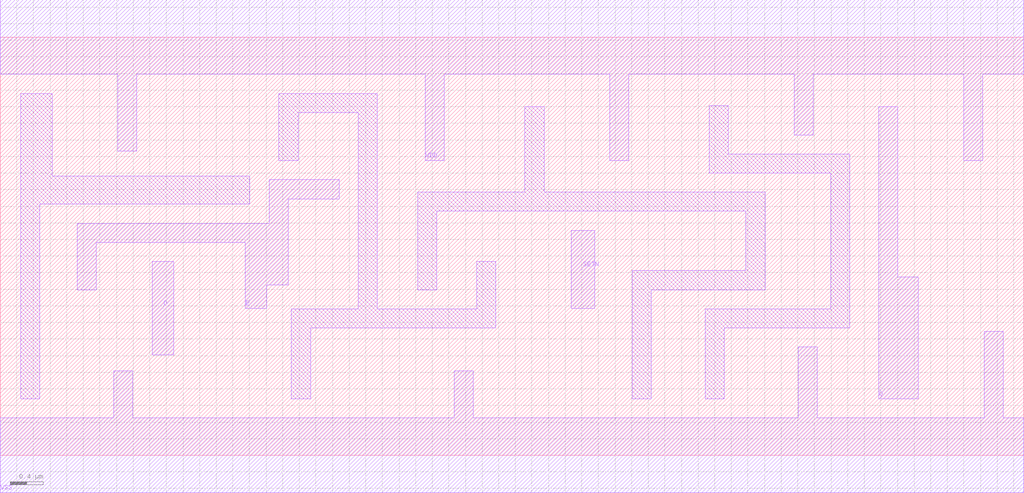
<source format=lef>
# Copyright 2022 GlobalFoundries PDK Authors
#
# Licensed under the Apache License, Version 2.0 (the "License");
# you may not use this file except in compliance with the License.
# You may obtain a copy of the License at
#
#      http://www.apache.org/licenses/LICENSE-2.0
#
# Unless required by applicable law or agreed to in writing, software
# distributed under the License is distributed on an "AS IS" BASIS,
# WITHOUT WARRANTIES OR CONDITIONS OF ANY KIND, either express or implied.
# See the License for the specific language governing permissions and
# limitations under the License.

MACRO gf180mcu_fd_sc_mcu9t5v0__latsnq_2
  CLASS core ;
  FOREIGN gf180mcu_fd_sc_mcu9t5v0__latsnq_2 0.0 0.0 ;
  ORIGIN 0 0 ;
  SYMMETRY X Y ;
  SITE GF018hv5v_green_sc9 ;
  SIZE 12.32 BY 5.04 ;
  PIN D
    DIRECTION INPUT ;
    ANTENNAGATEAREA 0.92 ;
    PORT
      LAYER METAL1 ;
        POLYGON 1.83 1.21 2.09 1.21 2.09 2.335 1.83 2.335  ;
    END
  END D
  PIN E
    DIRECTION INPUT ;
    USE clock ;
    ANTENNAGATEAREA 2.084 ;
    PORT
      LAYER METAL1 ;
        POLYGON 0.925 1.995 1.155 1.995 1.155 2.565 2.95 2.565 2.95 1.77 3.21 1.77 3.21 2.05 3.465 2.05 3.465 3.09 4.08 3.09 4.08 3.32 3.235 3.32 3.235 2.795 0.925 2.795  ;
    END
  END E
  PIN SETN
    DIRECTION INPUT ;
    ANTENNAGATEAREA 1.707 ;
    PORT
      LAYER METAL1 ;
        POLYGON 6.87 1.77 7.155 1.77 7.155 2.71 6.87 2.71  ;
    END
  END SETN
  PIN Q
    DIRECTION OUTPUT ;
    ANTENNADIFFAREA 1.638 ;
    PORT
      LAYER METAL1 ;
        POLYGON 10.575 0.68 11.05 0.68 11.05 2.15 10.805 2.15 10.805 4.2 10.575 4.2  ;
    END
  END Q
  PIN VDD
    DIRECTION INOUT ;
    USE power ;
    SHAPE ABUTMENT ;
    PORT
      LAYER METAL1 ;
        POLYGON 0 4.59 1.415 4.59 1.415 3.665 1.645 3.665 1.645 4.59 3.005 4.59 5.115 4.59 5.115 3.55 5.345 3.55 5.345 4.59 7.335 4.59 7.335 3.55 7.565 3.55 7.565 4.59 9.555 4.59 9.555 3.86 9.785 3.86 9.785 4.59 10.225 4.59 11.595 4.59 11.595 3.55 11.825 3.55 11.825 4.59 12.32 4.59 12.32 5.49 10.225 5.49 3.005 5.49 0 5.49  ;
    END
  END VDD
  PIN VSS
    DIRECTION INOUT ;
    USE ground ;
    SHAPE ABUTMENT ;
    PORT
      LAYER METAL1 ;
        POLYGON 0 -0.45 12.32 -0.45 12.32 0.45 12.075 0.45 12.075 1.49 11.845 1.49 11.845 0.45 9.835 0.45 9.835 1.305 9.605 1.305 9.605 0.45 5.695 0.45 5.695 1.02 5.465 1.02 5.465 0.45 1.595 0.45 1.595 1.02 1.365 1.02 1.365 0.45 0 0.45  ;
    END
  END VSS
  OBS
      LAYER METAL1 ;
        POLYGON 0.245 0.68 0.475 0.68 0.475 3.025 3.005 3.025 3.005 3.365 0.625 3.365 0.625 4.36 0.245 4.36  ;
        POLYGON 3.355 3.55 3.585 3.55 3.585 4.13 4.31 4.13 4.31 1.765 3.505 1.765 3.505 0.68 3.735 0.68 3.735 1.535 5.965 1.535 5.965 2.335 5.735 2.335 5.735 1.765 4.54 1.765 4.54 4.36 3.355 4.36  ;
        POLYGON 5.025 1.995 5.255 1.995 5.255 2.94 8.975 2.94 8.975 2.225 7.605 2.225 7.605 0.68 7.835 0.68 7.835 1.995 9.205 1.995 9.205 3.17 6.545 3.17 6.545 4.2 6.315 4.2 6.315 3.17 5.025 3.17  ;
        POLYGON 8.535 3.4 9.995 3.4 9.995 1.765 8.485 1.765 8.485 0.68 8.715 0.68 8.715 1.535 10.225 1.535 10.225 3.63 8.765 3.63 8.765 4.21 8.535 4.21  ;
  END
END gf180mcu_fd_sc_mcu9t5v0__latsnq_2

</source>
